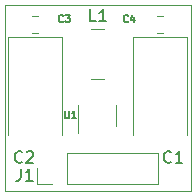
<source format=gbr>
%TF.GenerationSoftware,KiCad,Pcbnew,6.0.11-2627ca5db0~126~ubuntu20.04.1*%
%TF.CreationDate,2023-04-18T12:09:56-05:00*%
%TF.ProjectId,me2188c-slim,6d653231-3838-4632-9d73-6c696d2e6b69,rev?*%
%TF.SameCoordinates,Original*%
%TF.FileFunction,Legend,Top*%
%TF.FilePolarity,Positive*%
%FSLAX46Y46*%
G04 Gerber Fmt 4.6, Leading zero omitted, Abs format (unit mm)*
G04 Created by KiCad (PCBNEW 6.0.11-2627ca5db0~126~ubuntu20.04.1) date 2023-04-18 12:09:56*
%MOMM*%
%LPD*%
G01*
G04 APERTURE LIST*
%TA.AperFunction,Profile*%
%ADD10C,0.100000*%
%TD*%
%ADD11C,0.150000*%
%ADD12C,0.120000*%
G04 APERTURE END LIST*
D10*
X115700000Y-100000000D02*
X115700000Y-115700000D01*
X100000000Y-100000000D02*
X100000000Y-115700000D01*
X100000000Y-100000000D02*
X115700000Y-100000000D01*
X100000000Y-115700000D02*
X115700000Y-115700000D01*
D11*
%TO.C,J1*%
X101323666Y-113836380D02*
X101323666Y-114550666D01*
X101276047Y-114693523D01*
X101180809Y-114788761D01*
X101037952Y-114836380D01*
X100942714Y-114836380D01*
X102323666Y-114836380D02*
X101752238Y-114836380D01*
X102037952Y-114836380D02*
X102037952Y-113836380D01*
X101942714Y-113979238D01*
X101847476Y-114074476D01*
X101752238Y-114122095D01*
%TO.C,C4*%
X110400000Y-101364285D02*
X110371428Y-101392857D01*
X110285714Y-101421428D01*
X110228571Y-101421428D01*
X110142857Y-101392857D01*
X110085714Y-101335714D01*
X110057142Y-101278571D01*
X110028571Y-101164285D01*
X110028571Y-101078571D01*
X110057142Y-100964285D01*
X110085714Y-100907142D01*
X110142857Y-100850000D01*
X110228571Y-100821428D01*
X110285714Y-100821428D01*
X110371428Y-100850000D01*
X110400000Y-100878571D01*
X110914285Y-101021428D02*
X110914285Y-101421428D01*
X110771428Y-100792857D02*
X110628571Y-101221428D01*
X111000000Y-101221428D01*
%TO.C,C1*%
X114033333Y-113245142D02*
X113985714Y-113292761D01*
X113842857Y-113340380D01*
X113747619Y-113340380D01*
X113604761Y-113292761D01*
X113509523Y-113197523D01*
X113461904Y-113102285D01*
X113414285Y-112911809D01*
X113414285Y-112768952D01*
X113461904Y-112578476D01*
X113509523Y-112483238D01*
X113604761Y-112388000D01*
X113747619Y-112340380D01*
X113842857Y-112340380D01*
X113985714Y-112388000D01*
X114033333Y-112435619D01*
X114985714Y-113340380D02*
X114414285Y-113340380D01*
X114700000Y-113340380D02*
X114700000Y-112340380D01*
X114604761Y-112483238D01*
X114509523Y-112578476D01*
X114414285Y-112626095D01*
%TO.C,U1*%
X105042857Y-108971428D02*
X105042857Y-109457142D01*
X105071428Y-109514285D01*
X105100000Y-109542857D01*
X105157142Y-109571428D01*
X105271428Y-109571428D01*
X105328571Y-109542857D01*
X105357142Y-109514285D01*
X105385714Y-109457142D01*
X105385714Y-108971428D01*
X105985714Y-109571428D02*
X105642857Y-109571428D01*
X105814285Y-109571428D02*
X105814285Y-108971428D01*
X105757142Y-109057142D01*
X105700000Y-109114285D01*
X105642857Y-109142857D01*
%TO.C,C2*%
X101433333Y-113245142D02*
X101385714Y-113292761D01*
X101242857Y-113340380D01*
X101147619Y-113340380D01*
X101004761Y-113292761D01*
X100909523Y-113197523D01*
X100861904Y-113102285D01*
X100814285Y-112911809D01*
X100814285Y-112768952D01*
X100861904Y-112578476D01*
X100909523Y-112483238D01*
X101004761Y-112388000D01*
X101147619Y-112340380D01*
X101242857Y-112340380D01*
X101385714Y-112388000D01*
X101433333Y-112435619D01*
X101814285Y-112435619D02*
X101861904Y-112388000D01*
X101957142Y-112340380D01*
X102195238Y-112340380D01*
X102290476Y-112388000D01*
X102338095Y-112435619D01*
X102385714Y-112530857D01*
X102385714Y-112626095D01*
X102338095Y-112768952D01*
X101766666Y-113340380D01*
X102385714Y-113340380D01*
%TO.C,L1*%
X107683333Y-101352380D02*
X107207142Y-101352380D01*
X107207142Y-100352380D01*
X108540476Y-101352380D02*
X107969047Y-101352380D01*
X108254761Y-101352380D02*
X108254761Y-100352380D01*
X108159523Y-100495238D01*
X108064285Y-100590476D01*
X107969047Y-100638095D01*
%TO.C,C3*%
X104900000Y-101364285D02*
X104871428Y-101392857D01*
X104785714Y-101421428D01*
X104728571Y-101421428D01*
X104642857Y-101392857D01*
X104585714Y-101335714D01*
X104557142Y-101278571D01*
X104528571Y-101164285D01*
X104528571Y-101078571D01*
X104557142Y-100964285D01*
X104585714Y-100907142D01*
X104642857Y-100850000D01*
X104728571Y-100821428D01*
X104785714Y-100821428D01*
X104871428Y-100850000D01*
X104900000Y-100878571D01*
X105100000Y-100821428D02*
X105471428Y-100821428D01*
X105271428Y-101050000D01*
X105357142Y-101050000D01*
X105414285Y-101078571D01*
X105442857Y-101107142D01*
X105471428Y-101164285D01*
X105471428Y-101307142D01*
X105442857Y-101364285D01*
X105414285Y-101392857D01*
X105357142Y-101421428D01*
X105185714Y-101421428D01*
X105128571Y-101392857D01*
X105100000Y-101364285D01*
D12*
%TO.C,J1*%
X105257000Y-115130000D02*
X105257000Y-112470000D01*
X102657000Y-115130000D02*
X102657000Y-113800000D01*
X105257000Y-112470000D02*
X112937000Y-112470000D01*
X112937000Y-115130000D02*
X112937000Y-112470000D01*
X105257000Y-115130000D02*
X112937000Y-115130000D01*
X103987000Y-115130000D02*
X102657000Y-115130000D01*
%TO.C,C4*%
X113369252Y-102385000D02*
X112846748Y-102385000D01*
X113369252Y-100915000D02*
X112846748Y-100915000D01*
%TO.C,C1*%
X115368000Y-110950000D02*
X115368000Y-102715000D01*
X110848000Y-102715000D02*
X110848000Y-110950000D01*
X115368000Y-102715000D02*
X110848000Y-102715000D01*
%TO.C,U1*%
X109410000Y-110200000D02*
X109410000Y-108400000D01*
X106190000Y-108400000D02*
X106190000Y-110850000D01*
%TO.C,C2*%
X104776000Y-110950000D02*
X104776000Y-102715000D01*
X100256000Y-102715000D02*
X100256000Y-110950000D01*
X104776000Y-102715000D02*
X100256000Y-102715000D01*
%TO.C,L1*%
X108350000Y-102030000D02*
X107250000Y-102030000D01*
X108350000Y-106250000D02*
X107250000Y-106250000D01*
%TO.C,C3*%
X102254748Y-100915000D02*
X102777252Y-100915000D01*
X102254748Y-102385000D02*
X102777252Y-102385000D01*
%TD*%
M02*

</source>
